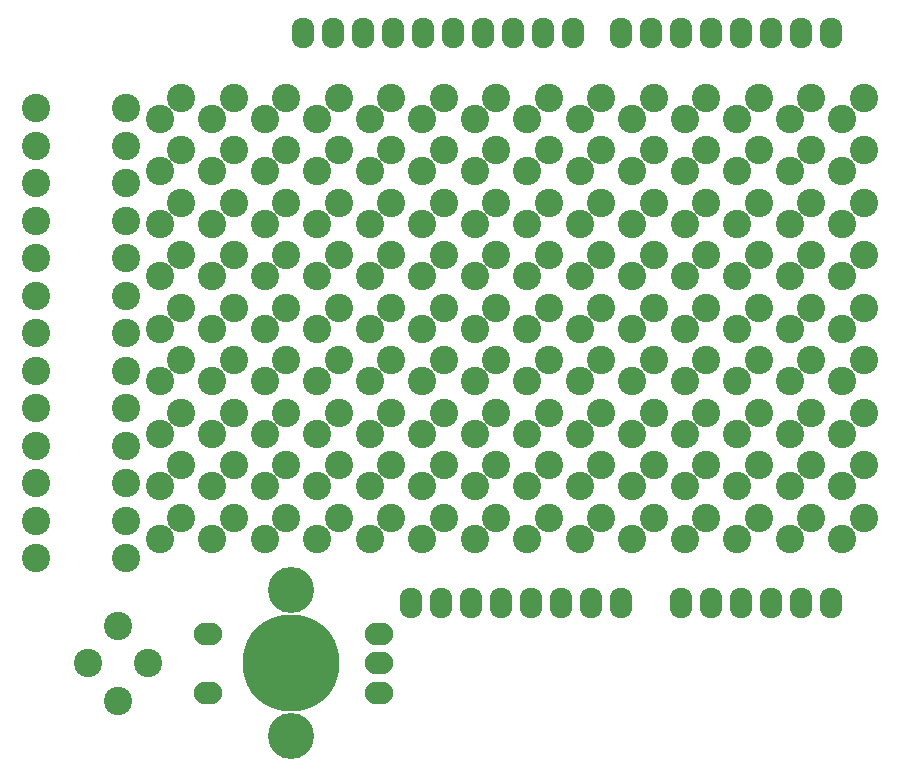
<source format=gbr>
G04 #@! TF.FileFunction,Soldermask,Bot*
%FSLAX46Y46*%
G04 Gerber Fmt 4.6, Leading zero omitted, Abs format (unit mm)*
G04 Created by KiCad (PCBNEW 4.0.7) date 06/07/18 15:13:04*
%MOMM*%
%LPD*%
G01*
G04 APERTURE LIST*
%ADD10C,0.100000*%
%ADD11C,2.398980*%
%ADD12O,1.924000X2.599640*%
%ADD13O,1.924000X2.597100*%
%ADD14O,2.398980X1.901140*%
%ADD15C,3.900120*%
%ADD16C,8.200000*%
%ADD17C,2.400000*%
G04 APERTURE END LIST*
D10*
D11*
X124088026Y-122291974D03*
X122291974Y-124088026D03*
X124088026Y-86731974D03*
X122291974Y-88528026D03*
X128533026Y-86731974D03*
X126736974Y-88528026D03*
X132978026Y-86731974D03*
X131181974Y-88528026D03*
X137423026Y-86731974D03*
X135626974Y-88528026D03*
X141868026Y-86731974D03*
X140071974Y-88528026D03*
X146313026Y-86731974D03*
X144516974Y-88528026D03*
X150758026Y-86731974D03*
X148961974Y-88528026D03*
X155203026Y-86731974D03*
X153406974Y-88528026D03*
X159648026Y-86731974D03*
X157851974Y-88528026D03*
X164093026Y-86731974D03*
X162296974Y-88528026D03*
X168538026Y-86731974D03*
X166741974Y-88528026D03*
X172983026Y-86731974D03*
X171186974Y-88528026D03*
X177428026Y-86731974D03*
X175631974Y-88528026D03*
X181873026Y-86731974D03*
X180076974Y-88528026D03*
X124088026Y-91176974D03*
X122291974Y-92973026D03*
X128533026Y-91176974D03*
X126736974Y-92973026D03*
X132978026Y-91176974D03*
X131181974Y-92973026D03*
X137423026Y-91176974D03*
X135626974Y-92973026D03*
X141868026Y-91176974D03*
X140071974Y-92973026D03*
X146313026Y-91176974D03*
X144516974Y-92973026D03*
X150758026Y-91176974D03*
X148961974Y-92973026D03*
X155203026Y-91176974D03*
X153406974Y-92973026D03*
X159648026Y-91176974D03*
X157851974Y-92973026D03*
X164093026Y-91176974D03*
X162296974Y-92973026D03*
X168538026Y-91176974D03*
X166741974Y-92973026D03*
X172983026Y-91176974D03*
X171186974Y-92973026D03*
X177428026Y-91176974D03*
X175631974Y-92973026D03*
X181873026Y-91176974D03*
X180076974Y-92973026D03*
X124088026Y-95621974D03*
X122291974Y-97418026D03*
X128533026Y-95621974D03*
X126736974Y-97418026D03*
X132978026Y-95621974D03*
X131181974Y-97418026D03*
X137423026Y-95621974D03*
X135626974Y-97418026D03*
X141868026Y-95621974D03*
X140071974Y-97418026D03*
X146313026Y-95621974D03*
X144516974Y-97418026D03*
X150758026Y-95621974D03*
X148961974Y-97418026D03*
X155203026Y-95621974D03*
X153406974Y-97418026D03*
X159648026Y-95621974D03*
X157851974Y-97418026D03*
X164093026Y-95621974D03*
X162296974Y-97418026D03*
X168538026Y-95621974D03*
X166741974Y-97418026D03*
X172983026Y-95621974D03*
X171186974Y-97418026D03*
X177428026Y-95621974D03*
X175631974Y-97418026D03*
X181873026Y-95621974D03*
X180076974Y-97418026D03*
X124088026Y-100066974D03*
X122291974Y-101863026D03*
X128533026Y-100066974D03*
X126736974Y-101863026D03*
X132978026Y-100066974D03*
X131181974Y-101863026D03*
X137423026Y-100066974D03*
X135626974Y-101863026D03*
X141868026Y-100066974D03*
X140071974Y-101863026D03*
X146313026Y-100066974D03*
X144516974Y-101863026D03*
X150758026Y-100066974D03*
X148961974Y-101863026D03*
X155203026Y-100066974D03*
X153406974Y-101863026D03*
X159648026Y-100066974D03*
X157851974Y-101863026D03*
X164093026Y-100066974D03*
X162296974Y-101863026D03*
X168538026Y-100066974D03*
X166741974Y-101863026D03*
X172983026Y-100066974D03*
X171186974Y-101863026D03*
X177428026Y-100066974D03*
X175631974Y-101863026D03*
X181873026Y-100066974D03*
X180076974Y-101863026D03*
X124088026Y-104511974D03*
X122291974Y-106308026D03*
X128533026Y-104511974D03*
X126736974Y-106308026D03*
X132978026Y-104511974D03*
X131181974Y-106308026D03*
X137423026Y-104511974D03*
X135626974Y-106308026D03*
X141868026Y-104511974D03*
X140071974Y-106308026D03*
X146313026Y-104511974D03*
X144516974Y-106308026D03*
X150758026Y-104511974D03*
X148961974Y-106308026D03*
X155203026Y-104511974D03*
X153406974Y-106308026D03*
X159648026Y-104511974D03*
X157851974Y-106308026D03*
X164093026Y-104511974D03*
X162296974Y-106308026D03*
X168538026Y-104511974D03*
X166741974Y-106308026D03*
X172983026Y-104511974D03*
X171186974Y-106308026D03*
X177428026Y-104511974D03*
X175631974Y-106308026D03*
X181873026Y-104511974D03*
X180076974Y-106308026D03*
X124088026Y-108956974D03*
X122291974Y-110753026D03*
X128533026Y-108956974D03*
X126736974Y-110753026D03*
X132978026Y-108956974D03*
X131181974Y-110753026D03*
X137423026Y-108956974D03*
X135626974Y-110753026D03*
X141868026Y-108956974D03*
X140071974Y-110753026D03*
X146313026Y-108956974D03*
X144516974Y-110753026D03*
X150758026Y-108956974D03*
X148961974Y-110753026D03*
X155203026Y-108956974D03*
X153406974Y-110753026D03*
X159648026Y-108956974D03*
X157851974Y-110753026D03*
X164093026Y-108956974D03*
X162296974Y-110753026D03*
X168538026Y-108956974D03*
X166741974Y-110753026D03*
X172983026Y-108956974D03*
X171186974Y-110753026D03*
X177428026Y-108956974D03*
X175631974Y-110753026D03*
X181873026Y-108956974D03*
X180076974Y-110753026D03*
X124088026Y-113401974D03*
X122291974Y-115198026D03*
X128533026Y-113401974D03*
X126736974Y-115198026D03*
X132978026Y-113401974D03*
X131181974Y-115198026D03*
X137423026Y-113401974D03*
X135626974Y-115198026D03*
X141868026Y-113401974D03*
X140071974Y-115198026D03*
X146313026Y-113401974D03*
X144516974Y-115198026D03*
X150758026Y-113401974D03*
X148961974Y-115198026D03*
X155203026Y-113401974D03*
X153406974Y-115198026D03*
X159648026Y-113401974D03*
X157851974Y-115198026D03*
X164093026Y-113401974D03*
X162296974Y-115198026D03*
X168538026Y-113401974D03*
X166741974Y-115198026D03*
X172983026Y-113401974D03*
X171186974Y-115198026D03*
X177428026Y-113401974D03*
X175631974Y-115198026D03*
X181873026Y-113401974D03*
X180076974Y-115198026D03*
X124088026Y-117846974D03*
X122291974Y-119643026D03*
X128533026Y-117846974D03*
X126736974Y-119643026D03*
X132978026Y-117846974D03*
X131181974Y-119643026D03*
X137423026Y-117846974D03*
X135626974Y-119643026D03*
X141868026Y-117846974D03*
X140071974Y-119643026D03*
X146313026Y-117846974D03*
X144516974Y-119643026D03*
X150758026Y-117846974D03*
X148961974Y-119643026D03*
X155203026Y-117846974D03*
X153406974Y-119643026D03*
X159648026Y-117846974D03*
X157851974Y-119643026D03*
X164093026Y-117846974D03*
X162296974Y-119643026D03*
X168538026Y-117846974D03*
X166741974Y-119643026D03*
X172983026Y-117846974D03*
X171186974Y-119643026D03*
X177428026Y-117846974D03*
X175631974Y-119643026D03*
X181873026Y-117846974D03*
X180076974Y-119643026D03*
X128533026Y-122291974D03*
X126736974Y-124088026D03*
X132978026Y-122291974D03*
X131181974Y-124088026D03*
X137423026Y-122291974D03*
X135626974Y-124088026D03*
X141868026Y-122291974D03*
X140071974Y-124088026D03*
X146313026Y-122291974D03*
X144516974Y-124088026D03*
X150758026Y-122291974D03*
X148961974Y-124088026D03*
X155203026Y-122291974D03*
X153406974Y-124088026D03*
X159648026Y-122291974D03*
X157851974Y-124088026D03*
X164093026Y-122291974D03*
X162296974Y-124088026D03*
X168538026Y-122291974D03*
X166741974Y-124088026D03*
X172983026Y-122291974D03*
X171186974Y-124088026D03*
X177428026Y-122291974D03*
X175631974Y-124088026D03*
X181873026Y-122291974D03*
X180076974Y-124088026D03*
X119380000Y-125730000D03*
X111760000Y-125730000D03*
X111760000Y-103505000D03*
X119380000Y-103505000D03*
X111760000Y-100330000D03*
X119380000Y-100330000D03*
X111760000Y-97155000D03*
X119380000Y-97155000D03*
X111760000Y-93980000D03*
X119380000Y-93980000D03*
X111760000Y-90805000D03*
X119380000Y-90805000D03*
X111760000Y-87630000D03*
X119380000Y-87630000D03*
X111760000Y-122555000D03*
X119380000Y-122555000D03*
X111760000Y-119380000D03*
X119380000Y-119380000D03*
X111760000Y-116205000D03*
X119380000Y-116205000D03*
X111760000Y-113030000D03*
X119380000Y-113030000D03*
X111760000Y-109855000D03*
X119380000Y-109855000D03*
X111760000Y-106680000D03*
X119380000Y-106680000D03*
D12*
X143510000Y-129540000D03*
X146050000Y-129540000D03*
X148590000Y-129540000D03*
X151130000Y-129540000D03*
X153670000Y-129540000D03*
X156210000Y-129540000D03*
X158750000Y-129540000D03*
X161290000Y-129540000D03*
X166370000Y-129540000D03*
X168910000Y-129540000D03*
X171450000Y-129540000D03*
X173990000Y-129540000D03*
X176530000Y-129540000D03*
X179070000Y-129540000D03*
D13*
X179070000Y-81280000D03*
X176530000Y-81280000D03*
X173990000Y-81280000D03*
X171450000Y-81280000D03*
X168910000Y-81280000D03*
X166370000Y-81280000D03*
X163830000Y-81280000D03*
X161290000Y-81280000D03*
X157226000Y-81280000D03*
X154686000Y-81280000D03*
X152146000Y-81280000D03*
X149606000Y-81280000D03*
X147066000Y-81280000D03*
X144526000Y-81280000D03*
X141986000Y-81280000D03*
X139448540Y-81280000D03*
X136906000Y-81280000D03*
X134366000Y-81280000D03*
D14*
X140850620Y-137119360D03*
X140850620Y-134620000D03*
X140850620Y-132120640D03*
D15*
X133350000Y-140820140D03*
X133350000Y-128419860D03*
D14*
X126349760Y-137119360D03*
X126349760Y-132120640D03*
D16*
X133350000Y-134620000D03*
D17*
X118745000Y-131445000D03*
X118745000Y-137795000D03*
X116205000Y-134620000D03*
X121285000Y-134620000D03*
M02*

</source>
